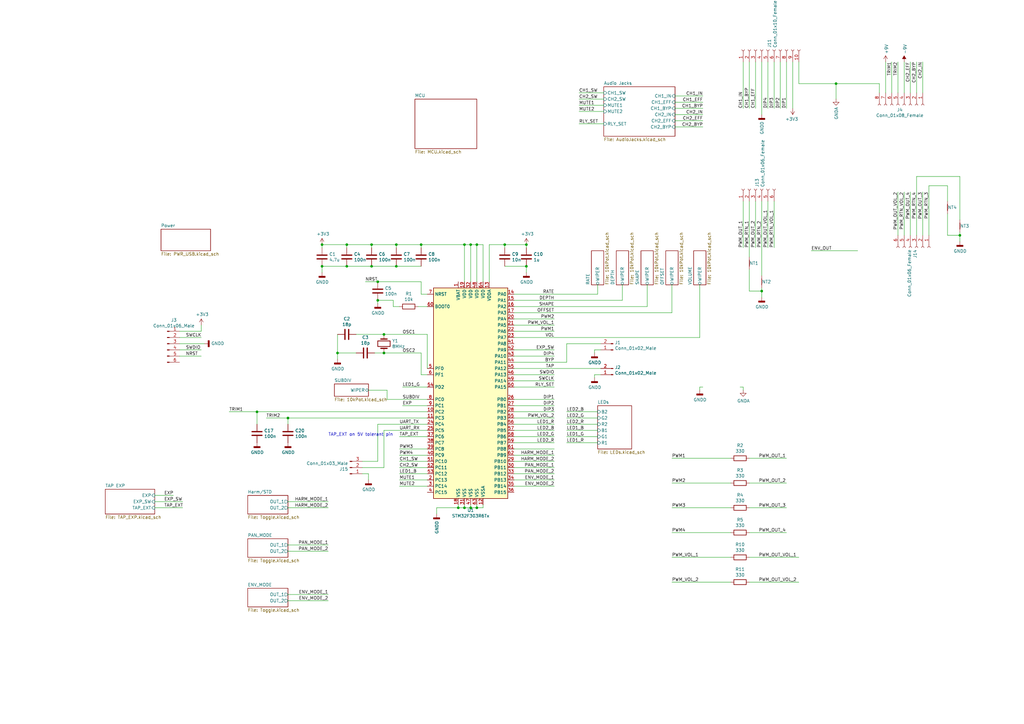
<source format=kicad_sch>
(kicad_sch (version 20250114) (generator "eeschema") (generator_version "9.0")
  (paper "A3")
  (lib_symbols
    (symbol "Device:C" (pin_numbers (hide yes)) (pin_names (offset 0.254))
      (property "Reference" "C" (at 0.635 2.54 0))
      (property "Value" "C" (at 0.635 -2.54 0))
      (symbol "C_1_1"
        (pin passive line (at 0 3.81 270) (length 2.794) (name "~") (number "1"))
        (pin passive line (at 0 -3.81 90) (length 2.794) (name "~") (number "2"))
      )
    )
    (symbol "Device:Crystal" (pin_numbers (hide yes)) (pin_names (offset 1.016) (hide yes))
      (property "Reference" "Y" (at 0 3.81 0))
      (property "Value" "Crystal" (at 0 -3.81 0))
      (symbol "Crystal_1_1"
        (pin passive line (at -3.81 0 0) (length 1.27) (name "1") (number "1"))
        (pin passive line (at 3.81 0 180) (length 1.27) (name "2") (number "2"))
      )
    )
    (symbol "Device:NetTie_2" (pin_numbers (hide yes)) (pin_names (offset 0) (hide yes)) (in_bom no)
      (property "Reference" "NT" (at 0 1.27 0))
      (property "Value" "NetTie_2" (at 0 -1.27 0))
      (symbol "NetTie_2_1_1"
        (pin passive line (at -2.54 0 0) (length 2.54) (name "1") (number "1"))
        (pin passive line (at 2.54 0 180) (length 2.54) (name "2") (number "2"))
      )
    )
    (symbol "Device:R" (pin_numbers (hide yes)) (pin_names (offset 0))
      (property "Reference" "R" (at 2.032 0 90))
      (property "Value" "R" (at 0 0 90))
      (symbol "R_1_1"
        (pin passive line (at 0 3.81 270) (length 1.27) (name "~") (number "1"))
        (pin passive line (at 0 -3.81 90) (length 1.27) (name "~") (number "2"))
      )
    )
    (symbol "Digital Board Rev 2-rescue:+9V-power" (power) (pin_names (offset 0))
      (property "Value" "power_+9V" (at 0 3.556 0))
      (symbol "+9V-power_1_1"
        (pin power_in line (at 0 0 90) (length 0) (hide yes) (name "+9V") (number "1"))
      )
    )
    (symbol "Digital Board Rev 2-rescue:-9V-power" (power) (pin_names (offset 0))
      (property "Value" "power_-9V" (at 0 3.81 0))
      (symbol "-9V-power_1_1"
        (pin power_in line (at 0 0 90) (length 0) (hide yes) (name "-9V") (number "1"))
      )
    )
    (symbol "Digital Board Rev 2-rescue:Conn_01x02_Male-Connector" (pin_names (offset 1.016) (hide yes))
      (property "Reference" "J" (at 0 2.54 0))
      (property "Value" "Connector_Conn_01x02_Male" (at 0 -5.08 0))
      (symbol "Conn_01x02_Male-Connector_1_1"
        (pin passive line (at 5.08 0 180) (length 3.81) (name "Pin_1") (number "1"))
        (pin passive line (at 5.08 -2.54 180) (length 3.81) (name "Pin_2") (number "2"))
      )
    )
    (symbol "Digital Board Rev 2-rescue:Conn_01x03_Male-Connector" (pin_names (offset 1.016) (hide yes))
      (property "Reference" "J" (at 0 5.08 0))
      (property "Value" "Connector_Conn_01x03_Male" (at 0 -5.08 0))
      (symbol "Conn_01x03_Male-Connector_1_1"
        (pin passive line (at 5.08 2.54 180) (length 3.81) (name "Pin_1") (number "1"))
        (pin passive line (at 5.08 0 180) (length 3.81) (name "Pin_2") (number "2"))
        (pin passive line (at 5.08 -2.54 180) (length 3.81) (name "Pin_3") (number "3"))
      )
    )
    (symbol "Digital Board Rev 2-rescue:Conn_01x06_Female-Connector" (pin_names (offset 1.016) (hide yes))
      (property "Reference" "J" (at 0 7.62 0))
      (property "Value" "Connector_Conn_01x06_Female" (at 0 -10.16 0))
      (symbol "Conn_01x06_Female-Connector_1_1"
        (pin passive line (at -5.08 5.08 0) (length 3.81) (name "Pin_1") (number "1"))
        (pin passive line (at -5.08 2.54 0) (length 3.81) (name "Pin_2") (number "2"))
        (pin passive line (at -5.08 0 0) (length 3.81) (name "Pin_3") (number "3"))
        (pin passive line (at -5.08 -2.54 0) (length 3.81) (name "Pin_4") (number "4"))
        (pin passive line (at -5.08 -5.08 0) (length 3.81) (name "Pin_5") (number "5"))
        (pin passive line (at -5.08 -7.62 0) (length 3.81) (name "Pin_6") (number "6"))
      )
    )
    (symbol "Digital Board Rev 2-rescue:Conn_01x06_Male-Connector" (pin_names (offset 1.016) (hide yes))
      (property "Reference" "J" (at 0 7.62 0))
      (property "Value" "Connector_Conn_01x06_Male" (at 0 -10.16 0))
      (symbol "Conn_01x06_Male-Connector_1_1"
        (pin passive line (at 5.08 5.08 180) (length 3.81) (name "Pin_1") (number "1"))
        (pin passive line (at 5.08 2.54 180) (length 3.81) (name "Pin_2") (number "2"))
        (pin passive line (at 5.08 0 180) (length 3.81) (name "Pin_3") (number "3"))
        (pin passive line (at 5.08 -2.54 180) (length 3.81) (name "Pin_4") (number "4"))
        (pin passive line (at 5.08 -5.08 180) (length 3.81) (name "Pin_5") (number "5"))
        (pin passive line (at 5.08 -7.62 180) (length 3.81) (name "Pin_6") (number "6"))
      )
    )
    (symbol "Digital Board Rev 2-rescue:Conn_01x08_Female-Connector" (pin_names (offset 1.016) (hide yes))
      (property "Reference" "J" (at 0 10.16 0))
      (property "Value" "Connector_Conn_01x08_Female" (at 0 -12.7 0))
      (symbol "Conn_01x08_Female-Connector_1_1"
        (pin passive line (at -5.08 7.62 0) (length 3.81) (name "Pin_1") (number "1"))
        (pin passive line (at -5.08 5.08 0) (length 3.81) (name "Pin_2") (number "2"))
        (pin passive line (at -5.08 2.54 0) (length 3.81) (name "Pin_3") (number "3"))
        (pin passive line (at -5.08 0 0) (length 3.81) (name "Pin_4") (number "4"))
        (pin passive line (at -5.08 -2.54 0) (length 3.81) (name "Pin_5") (number "5"))
        (pin passive line (at -5.08 -5.08 0) (length 3.81) (name "Pin_6") (number "6"))
        (pin passive line (at -5.08 -7.62 0) (length 3.81) (name "Pin_7") (number "7"))
        (pin passive line (at -5.08 -10.16 0) (length 3.81) (name "Pin_8") (number "8"))
      )
    )
    (symbol "Digital Board Rev 2-rescue:Conn_01x10_Female-Connector" (pin_names (offset 1.016) (hide yes))
      (property "Reference" "J" (at 0 12.7 0))
      (property "Value" "Connector_Conn_01x10_Female" (at 0 -15.24 0))
      (symbol "Conn_01x10_Female-Connector_1_1"
        (pin passive line (at -5.08 10.16 0) (length 3.81) (name "Pin_1") (number "1"))
        (pin passive line (at -5.08 7.62 0) (length 3.81) (name "Pin_2") (number "2"))
        (pin passive line (at -5.08 5.08 0) (length 3.81) (name "Pin_3") (number "3"))
        (pin passive line (at -5.08 2.54 0) (length 3.81) (name "Pin_4") (number "4"))
        (pin passive line (at -5.08 0 0) (length 3.81) (name "Pin_5") (number "5"))
        (pin passive line (at -5.08 -2.54 0) (length 3.81) (name "Pin_6") (number "6"))
        (pin passive line (at -5.08 -5.08 0) (length 3.81) (name "Pin_7") (number "7"))
        (pin passive line (at -5.08 -7.62 0) (length 3.81) (name "Pin_8") (number "8"))
        (pin passive line (at -5.08 -10.16 0) (length 3.81) (name "Pin_9") (number "9"))
        (pin passive line (at -5.08 -12.7 0) (length 3.81) (name "Pin_10") (number "10"))
      )
    )
    (symbol "Digital Board Rev 2-rescue:GNDA-power" (power) (pin_names (offset 0))
      (property "Value" "power_GNDA" (at 0 -3.81 0))
      (symbol "GNDA-power_1_1"
        (pin power_in line (at 0 0 270) (length 0) (hide yes) (name "GNDA") (number "1"))
      )
    )
    (symbol "Digital Board Rev 2-rescue:GNDD-power" (power) (pin_names (offset 0))
      (property "Value" "power_GNDD" (at 0 -3.175 0))
      (symbol "GNDD-power_1_1"
        (pin power_in line (at 0 0 270) (length 0) (hide yes) (name "GNDD") (number "1"))
      )
    )
    (symbol "Digital Board Rev 2-rescue:STM32F303R6Tx-MCU_ST_STM32F3"
      (property "Reference" "U" (at -15.24 44.45 0))
      (property "Value" "MCU_ST_STM32F3_STM32F303R6Tx" (at 10.16 44.45 0))
      (symbol "STM32F303R6Tx-MCU_ST_STM32F3_1_1"
        (pin input line (at -17.78 40.64 0) (length 2.54) (name "NRST") (number "7"))
        (pin input line (at -17.78 35.56 0) (length 2.54) (name "BOOT0") (number "60"))
        (pin input line (at -17.78 10.16 0) (length 2.54) (name "PF0") (number "5"))
        (pin input line (at -17.78 7.62 0) (length 2.54) (name "PF1") (number "6"))
        (pin bidirectional line (at -17.78 2.54 0) (length 2.54) (name "PD2") (number "54"))
        (pin bidirectional line (at -17.78 -2.54 0) (length 2.54) (name "PC0") (number "8"))
        (pin bidirectional line (at -17.78 -5.08 0) (length 2.54) (name "PC1") (number "9"))
        (pin bidirectional line (at -17.78 -7.62 0) (length 2.54) (name "PC2") (number "10"))
        (pin bidirectional line (at -17.78 -10.16 0) (length 2.54) (name "PC3") (number "11"))
        (pin bidirectional line (at -17.78 -12.7 0) (length 2.54) (name "PC4") (number "24"))
        (pin bidirectional line (at -17.78 -15.24 0) (length 2.54) (name "PC5") (number "25"))
        (pin bidirectional line (at -17.78 -17.78 0) (length 2.54) (name "PC6") (number "37"))
        (pin bidirectional line (at -17.78 -20.32 0) (length 2.54) (name "PC7") (number "38"))
        (pin bidirectional line (at -17.78 -22.86 0) (length 2.54) (name "PC8") (number "39"))
        (pin bidirectional line (at -17.78 -25.4 0) (length 2.54) (name "PC9") (number "40"))
        (pin bidirectional line (at -17.78 -27.94 0) (length 2.54) (name "PC10") (number "51"))
        (pin bidirectional line (at -17.78 -30.48 0) (length 2.54) (name "PC11") (number "52"))
        (pin bidirectional line (at -17.78 -33.02 0) (length 2.54) (name "PC12") (number "53"))
        (pin bidirectional line (at -17.78 -35.56 0) (length 2.54) (name "PC13") (number "2"))
        (pin bidirectional line (at -17.78 -38.1 0) (length 2.54) (name "PC14") (number "3"))
        (pin bidirectional line (at -17.78 -40.64 0) (length 2.54) (name "PC15") (number "4"))
        (pin power_in line (at -5.08 45.72 270) (length 2.54) (name "VBAT") (number "1"))
        (pin power_in line (at -5.08 -45.72 90) (length 2.54) (name "VSS") (number "18"))
        (pin power_in line (at -2.54 45.72 270) (length 2.54) (name "VDD") (number "19"))
        (pin power_in line (at -2.54 -45.72 90) (length 2.54) (name "VSS") (number "31"))
        (pin power_in line (at 0 45.72 270) (length 2.54) (name "VDD") (number "32"))
        (pin power_in line (at 0 -45.72 90) (length 2.54) (name "VSS") (number "47"))
        (pin power_in line (at 2.54 45.72 270) (length 2.54) (name "VDD") (number "48"))
        (pin power_in line (at 2.54 -45.72 90) (length 2.54) (name "VSS") (number "63"))
        (pin power_in line (at 5.08 45.72 270) (length 2.54) (name "VDD") (number "64"))
        (pin power_in line (at 5.08 -45.72 90) (length 2.54) (name "VSSA") (number "12"))
        (pin power_in line (at 7.62 45.72 270) (length 2.54) (name "VDDA") (number "13"))
        (pin bidirectional line (at 17.78 40.64 180) (length 2.54) (name "PA0") (number "14"))
        (pin bidirectional line (at 17.78 38.1 180) (length 2.54) (name "PA1") (number "15"))
        (pin bidirectional line (at 17.78 35.56 180) (length 2.54) (name "PA2") (number "16"))
        (pin bidirectional line (at 17.78 33.02 180) (length 2.54) (name "PA3") (number "17"))
        (pin bidirectional line (at 17.78 30.48 180) (length 2.54) (name "PA4") (number "20"))
        (pin bidirectional line (at 17.78 27.94 180) (length 2.54) (name "PA5") (number "21"))
        (pin bidirectional line (at 17.78 25.4 180) (length 2.54) (name "PA6") (number "22"))
        (pin bidirectional line (at 17.78 22.86 180) (length 2.54) (name "PA7") (number "23"))
        (pin bidirectional line (at 17.78 20.32 180) (length 2.54) (name "PA8") (number "41"))
        (pin bidirectional line (at 17.78 17.78 180) (length 2.54) (name "PA9") (number "42"))
        (pin bidirectional line (at 17.78 15.24 180) (length 2.54) (name "PA10") (number "43"))
        (pin bidirectional line (at 17.78 12.7 180) (length 2.54) (name "PA11") (number "44"))
        (pin bidirectional line (at 17.78 10.16 180) (length 2.54) (name "PA12") (number "45"))
        (pin bidirectional line (at 17.78 7.62 180) (length 2.54) (name "PA13") (number "46"))
        (pin bidirectional line (at 17.78 5.08 180) (length 2.54) (name "PA14") (number "49"))
        (pin bidirectional line (at 17.78 2.54 180) (length 2.54) (name "PA15") (number "50"))
        (pin bidirectional line (at 17.78 -2.54 180) (length 2.54) (name "PB0") (number "26"))
        (pin bidirectional line (at 17.78 -5.08 180) (length 2.54) (name "PB1") (number "27"))
        (pin bidirectional line (at 17.78 -7.62 180) (length 2.54) (name "PB2") (number "28"))
        (pin bidirectional line (at 17.78 -10.16 180) (length 2.54) (name "PB3") (number "55"))
        (pin bidirectional line (at 17.78 -12.7 180) (length 2.54) (name "PB4") (number "56"))
        (pin bidirectional line (at 17.78 -15.24 180) (length 2.54) (name "PB5") (number "57"))
        (pin bidirectional line (at 17.78 -17.78 180) (length 2.54) (name "PB6") (number "58"))
        (pin bidirectional line (at 17.78 -20.32 180) (length 2.54) (name "PB7") (number "59"))
        (pin bidirectional line (at 17.78 -22.86 180) (length 2.54) (name "PB8") (number "61"))
        (pin bidirectional line (at 17.78 -25.4 180) (length 2.54) (name "PB9") (number "62"))
        (pin bidirectional line (at 17.78 -27.94 180) (length 2.54) (name "PB10") (number "29"))
        (pin bidirectional line (at 17.78 -30.48 180) (length 2.54) (name "PB11") (number "30"))
        (pin bidirectional line (at 17.78 -33.02 180) (length 2.54) (name "PB12") (number "33"))
        (pin bidirectional line (at 17.78 -35.56 180) (length 2.54) (name "PB13") (number "34"))
        (pin bidirectional line (at 17.78 -38.1 180) (length 2.54) (name "PB14") (number "35"))
        (pin bidirectional line (at 17.78 -40.64 180) (length 2.54) (name "PB15") (number "36"))
      )
    )
    (symbol "Digital-Board-Rev-2-rescue:+3.3V-power" (power) (pin_names (offset 0))
      (property "Value" "+3.3V-power" (at 0 3.556 0))
      (symbol "+3.3V-power_1_1"
        (pin power_in line (at 0 0 90) (length 0) (hide yes) (name "+3V3") (number "1"))
      )
    )
  )
  (text "TAP_EXT on 5V tolerant pin" (at 134.62 179.07 0) (effects (font (size 1.27 1.27)) (justify left bottom)))
  (junction (at 393.7 96.52))
  (junction (at 193.04 100.33))
  (junction (at 207.01 100.33))
  (junction (at 187.96 208.28))
  (junction (at 138.43 144.78))
  (junction (at 154.94 115.57))
  (junction (at 132.08 109.22))
  (junction (at 118.11 171.45))
  (junction (at 195.58 208.28))
  (junction (at 142.24 100.33))
  (junction (at 190.5 208.28))
  (junction (at 142.24 109.22))
  (junction (at 312.42 119.38))
  (junction (at 193.04 208.28))
  (junction (at 190.5 100.33))
  (junction (at 105.41 168.91))
  (junction (at 132.08 100.33))
  (junction (at 162.56 109.22))
  (junction (at 152.4 109.22))
  (junction (at 157.48 144.78))
  (junction (at 162.56 100.33))
  (junction (at 172.72 100.33))
  (junction (at 215.9 100.33))
  (junction (at 152.4 100.33))
  (junction (at 215.9 109.22))
  (junction (at 157.48 137.16))
  (junction (at 154.94 123.19))
  (junction (at 195.58 100.33))
  (junction (at 342.9 34.29))
  (wire (pts (xy 134.62 208.28) (xy 118.11 208.28)))
  (wire (pts (xy 82.55 135.89) (xy 73.66 135.89)))
  (wire (pts (xy 152.4 100.33) (xy 162.56 100.33)))
  (wire (pts (xy 375.92 72.39) (xy 375.92 96.52)))
  (wire (pts (xy 71.12 203.2) (xy 63.5 203.2)))
  (wire (pts (xy 370.84 96.52) (xy 370.84 78.74)))
  (wire (pts (xy 163.83 196.85) (xy 175.26 196.85)))
  (wire (pts (xy 363.22 25.4) (xy 363.22 38.1)))
  (wire (pts (xy 312.42 119.38) (xy 312.42 118.11)))
  (wire (pts (xy 307.34 198.12) (xy 322.58 198.12)))
  (wire (pts (xy 332.74 102.87) (xy 351.79 102.87)))
  (wire (pts (xy 132.08 101.6) (xy 132.08 100.33)))
  (wire (pts (xy 198.12 100.33) (xy 195.58 100.33)))
  (wire (pts (xy 375.92 72.39) (xy 393.7 72.39)))
  (wire (pts (xy 232.41 181.61) (xy 245.11 181.61)))
  (wire (pts (xy 154.94 115.57) (xy 172.72 115.57)))
  (wire (pts (xy 210.82 133.35) (xy 227.33 133.35)))
  (wire (pts (xy 227.33 189.23) (xy 210.82 189.23)))
  (wire (pts (xy 307.34 228.6) (xy 327.66 228.6)))
  (wire (pts (xy 154.94 189.23) (xy 154.94 173.99)))
  (wire (pts (xy 207.01 100.33) (xy 200.66 100.33)))
  (wire (pts (xy 163.83 186.69) (xy 175.26 186.69)))
  (wire (pts (xy 179.07 208.28) (xy 179.07 210.82)))
  (wire (pts (xy 393.7 99.06) (xy 393.7 96.52)))
  (wire (pts (xy 193.04 115.57) (xy 193.04 100.33)))
  (wire (pts (xy 138.43 144.78) (xy 138.43 137.16)))
  (wire (pts (xy 172.72 115.57) (xy 172.72 120.65)))
  (wire (pts (xy 232.41 140.97) (xy 232.41 148.59)))
  (wire (pts (xy 243.84 153.67) (xy 246.38 153.67)))
  (wire (pts (xy 342.9 34.29) (xy 360.68 34.29)))
  (wire (pts (xy 275.59 238.76) (xy 299.72 238.76)))
  (wire (pts (xy 195.58 115.57) (xy 195.58 100.33)))
  (wire (pts (xy 158.75 163.83) (xy 175.26 163.83)))
  (wire (pts (xy 276.86 41.91) (xy 288.29 41.91)))
  (wire (pts (xy 314.96 44.45) (xy 314.96 25.4)))
  (wire (pts (xy 163.83 189.23) (xy 175.26 189.23)))
  (wire (pts (xy 132.08 109.22) (xy 142.24 109.22)))
  (wire (pts (xy 227.33 158.75) (xy 210.82 158.75)))
  (wire (pts (xy 118.11 171.45) (xy 175.26 171.45)))
  (wire (pts (xy 365.76 25.4) (xy 365.76 38.1)))
  (wire (pts (xy 237.49 45.72) (xy 247.65 45.72)))
  (wire (pts (xy 237.49 50.8) (xy 247.65 50.8)))
  (wire (pts (xy 207.01 109.22) (xy 215.9 109.22)))
  (wire (pts (xy 190.5 208.28) (xy 190.5 207.01)))
  (wire (pts (xy 152.4 101.6) (xy 152.4 100.33)))
  (wire (pts (xy 227.33 168.91) (xy 210.82 168.91)))
  (wire (pts (xy 276.86 49.53) (xy 288.29 49.53)))
  (wire (pts (xy 227.33 135.89) (xy 210.82 135.89)))
  (wire (pts (xy 193.04 100.33) (xy 190.5 100.33)))
  (wire (pts (xy 232.41 176.53) (xy 245.11 176.53)))
  (wire (pts (xy 210.82 148.59) (xy 232.41 148.59)))
  (wire (pts (xy 172.72 100.33) (xy 190.5 100.33)))
  (wire (pts (xy 393.7 72.39) (xy 393.7 90.17)))
  (wire (pts (xy 342.9 34.29) (xy 327.66 34.29)))
  (wire (pts (xy 163.83 199.39) (xy 175.26 199.39)))
  (wire (pts (xy 161.29 125.73) (xy 163.83 125.73)))
  (wire (pts (xy 138.43 147.32) (xy 138.43 144.78)))
  (wire (pts (xy 215.9 111.76) (xy 215.9 109.22)))
  (wire (pts (xy 187.96 208.28) (xy 190.5 208.28)))
  (wire (pts (xy 275.59 187.96) (xy 299.72 187.96)))
  (wire (pts (xy 288.29 46.99) (xy 276.86 46.99)))
  (wire (pts (xy 304.8 158.75) (xy 303.53 158.75)))
  (wire (pts (xy 162.56 109.22) (xy 172.72 109.22)))
  (wire (pts (xy 163.83 184.15) (xy 175.26 184.15)))
  (wire (pts (xy 232.41 173.99) (xy 245.11 173.99)))
  (wire (pts (xy 154.94 123.19) (xy 161.29 123.19)))
  (wire (pts (xy 275.59 198.12) (xy 299.72 198.12)))
  (wire (pts (xy 275.59 208.28) (xy 299.72 208.28)))
  (wire (pts (xy 232.41 179.07) (xy 245.11 179.07)))
  (wire (pts (xy 227.33 143.51) (xy 210.82 143.51)))
  (wire (pts (xy 134.62 246.38) (xy 118.11 246.38)))
  (wire (pts (xy 327.66 34.29) (xy 327.66 25.4)))
  (wire (pts (xy 138.43 144.78) (xy 146.05 144.78)))
  (wire (pts (xy 161.29 123.19) (xy 161.29 125.73)))
  (wire (pts (xy 134.62 223.52) (xy 118.11 223.52)))
  (wire (pts (xy 210.82 156.21) (xy 227.33 156.21)))
  (wire (pts (xy 312.42 46.99) (xy 312.42 25.4)))
  (wire (pts (xy 179.07 208.28) (xy 187.96 208.28)))
  (wire (pts (xy 388.62 96.52) (xy 393.7 96.52)))
  (wire (pts (xy 243.84 144.78) (xy 243.84 143.51)))
  (wire (pts (xy 275.59 116.84) (xy 275.59 128.27)))
  (wire (pts (xy 210.82 151.13) (xy 246.38 151.13)))
  (wire (pts (xy 190.5 208.28) (xy 193.04 208.28)))
  (wire (pts (xy 227.33 191.77) (xy 210.82 191.77)))
  (wire (pts (xy 243.84 143.51) (xy 246.38 143.51)))
  (wire (pts (xy 342.9 40.64) (xy 342.9 34.29)))
  (wire (pts (xy 227.33 130.81) (xy 210.82 130.81)))
  (wire (pts (xy 227.33 196.85) (xy 210.82 196.85)))
  (wire (pts (xy 171.45 125.73) (xy 175.26 125.73)))
  (wire (pts (xy 255.27 116.84) (xy 255.27 123.19)))
  (wire (pts (xy 175.26 151.13) (xy 175.26 137.16)))
  (wire (pts (xy 162.56 101.6) (xy 162.56 100.33)))
  (wire (pts (xy 132.08 100.33) (xy 142.24 100.33)))
  (wire (pts (xy 210.82 125.73) (xy 265.43 125.73)))
  (wire (pts (xy 151.13 194.31) (xy 151.13 196.85)))
  (wire (pts (xy 82.55 146.05) (xy 73.66 146.05)))
  (wire (pts (xy 275.59 228.6) (xy 299.72 228.6)))
  (wire (pts (xy 157.48 176.53) (xy 157.48 191.77)))
  (wire (pts (xy 157.48 176.53) (xy 175.26 176.53)))
  (wire (pts (xy 134.62 205.74) (xy 118.11 205.74)))
  (wire (pts (xy 109.22 171.45) (xy 118.11 171.45)))
  (wire (pts (xy 215.9 100.33) (xy 207.01 100.33)))
  (wire (pts (xy 210.82 179.07) (xy 227.33 179.07)))
  (wire (pts (xy 276.86 44.45) (xy 288.29 44.45)))
  (wire (pts (xy 157.48 191.77) (xy 148.59 191.77)))
  (wire (pts (xy 172.72 144.78) (xy 172.72 153.67)))
  (wire (pts (xy 195.58 208.28) (xy 195.58 207.01)))
  (wire (pts (xy 373.38 25.4) (xy 373.38 38.1)))
  (wire (pts (xy 210.82 120.65) (xy 245.11 120.65)))
  (wire (pts (xy 373.38 78.74) (xy 373.38 96.52)))
  (wire (pts (xy 287.02 116.84) (xy 287.02 138.43)))
  (wire (pts (xy 227.33 181.61) (xy 210.82 181.61)))
  (wire (pts (xy 360.68 34.29) (xy 360.68 38.1)))
  (wire (pts (xy 118.11 173.99) (xy 118.11 171.45)))
  (wire (pts (xy 148.59 189.23) (xy 154.94 189.23)))
  (wire (pts (xy 375.92 25.4) (xy 375.92 38.1)))
  (wire (pts (xy 210.82 173.99) (xy 227.33 173.99)))
  (wire (pts (xy 287.02 158.75) (xy 287.02 160.02)))
  (wire (pts (xy 172.72 120.65) (xy 175.26 120.65)))
  (wire (pts (xy 82.55 143.51) (xy 73.66 143.51)))
  (wire (pts (xy 227.33 186.69) (xy 210.82 186.69)))
  (wire (pts (xy 142.24 101.6) (xy 142.24 100.33)))
  (wire (pts (xy 307.34 119.38) (xy 312.42 119.38)))
  (wire (pts (xy 154.94 173.99) (xy 175.26 173.99)))
  (wire (pts (xy 307.34 218.44) (xy 322.58 218.44)))
  (wire (pts (xy 314.96 101.6) (xy 314.96 82.55)))
  (wire (pts (xy 378.46 96.52) (xy 378.46 78.74)))
  (wire (pts (xy 307.34 25.4) (xy 307.34 44.45)))
  (wire (pts (xy 200.66 100.33) (xy 200.66 115.57)))
  (wire (pts (xy 227.33 171.45) (xy 210.82 171.45)))
  (wire (pts (xy 307.34 238.76) (xy 327.66 238.76)))
  (wire (pts (xy 142.24 100.33) (xy 152.4 100.33)))
  (wire (pts (xy 82.55 138.43) (xy 73.66 138.43)))
  (wire (pts (xy 165.1 166.37) (xy 175.26 166.37)))
  (wire (pts (xy 193.04 208.28) (xy 195.58 208.28)))
  (wire (pts (xy 157.48 144.78) (xy 172.72 144.78)))
  (wire (pts (xy 193.04 208.28) (xy 193.04 207.01)))
  (wire (pts (xy 175.26 137.16) (xy 157.48 137.16)))
  (wire (pts (xy 210.82 153.67) (xy 227.33 153.67)))
  (wire (pts (xy 237.49 40.64) (xy 247.65 40.64)))
  (wire (pts (xy 210.82 128.27) (xy 275.59 128.27)))
  (wire (pts (xy 232.41 168.91) (xy 245.11 168.91)))
  (wire (pts (xy 288.29 39.37) (xy 276.86 39.37)))
  (wire (pts (xy 163.83 194.31) (xy 175.26 194.31)))
  (wire (pts (xy 317.5 44.45) (xy 317.5 25.4)))
  (wire (pts (xy 175.26 153.67) (xy 172.72 153.67)))
  (wire (pts (xy 232.41 171.45) (xy 245.11 171.45)))
  (wire (pts (xy 304.8 160.02) (xy 304.8 158.75)))
  (wire (pts (xy 134.62 226.06) (xy 118.11 226.06)))
  (wire (pts (xy 322.58 208.28) (xy 307.34 208.28)))
  (wire (pts (xy 146.05 137.16) (xy 157.48 137.16)))
  (wire (pts (xy 151.13 160.02) (xy 158.75 160.02)))
  (wire (pts (xy 187.96 208.28) (xy 187.96 207.01)))
  (wire (pts (xy 227.33 166.37) (xy 210.82 166.37)))
  (wire (pts (xy 312.42 82.55) (xy 312.42 113.03)))
  (wire (pts (xy 157.48 144.78) (xy 153.67 144.78)))
  (wire (pts (xy 227.33 176.53) (xy 210.82 176.53)))
  (wire (pts (xy 227.33 194.31) (xy 210.82 194.31)))
  (wire (pts (xy 320.04 44.45) (xy 320.04 25.4)))
  (wire (pts (xy 317.5 101.6) (xy 317.5 82.55)))
  (wire (pts (xy 190.5 100.33) (xy 190.5 115.57)))
  (wire (pts (xy 154.94 115.57) (xy 149.86 115.57)))
  (wire (pts (xy 325.12 44.45) (xy 325.12 25.4)))
  (wire (pts (xy 393.7 96.52) (xy 393.7 95.25)))
  (wire (pts (xy 245.11 116.84) (xy 245.11 120.65)))
  (wire (pts (xy 148.59 194.31) (xy 151.13 194.31)))
  (wire (pts (xy 288.29 158.75) (xy 287.02 158.75)))
  (wire (pts (xy 210.82 163.83) (xy 227.33 163.83)))
  (wire (pts (xy 237.49 38.1) (xy 247.65 38.1)))
  (wire (pts (xy 307.34 110.49) (xy 307.34 119.38)))
  (wire (pts (xy 82.55 133.35) (xy 82.55 135.89)))
  (wire (pts (xy 309.88 101.6) (xy 309.88 82.55)))
  (wire (pts (xy 195.58 100.33) (xy 193.04 100.33)))
  (wire (pts (xy 63.5 208.28) (xy 74.93 208.28)))
  (wire (pts (xy 210.82 184.15) (xy 227.33 184.15)))
  (wire (pts (xy 237.49 43.18) (xy 247.65 43.18)))
  (wire (pts (xy 210.82 138.43) (xy 287.02 138.43)))
  (wire (pts (xy 276.86 52.07) (xy 288.29 52.07)))
  (wire (pts (xy 83.82 140.97) (xy 73.66 140.97)))
  (wire (pts (xy 63.5 205.74) (xy 74.93 205.74)))
  (wire (pts (xy 388.62 76.2) (xy 381 76.2)))
  (wire (pts (xy 370.84 25.4) (xy 370.84 38.1)))
  (wire (pts (xy 134.62 243.84) (xy 118.11 243.84)))
  (wire (pts (xy 381 76.2) (xy 381 96.52)))
  (wire (pts (xy 105.41 168.91) (xy 175.26 168.91)))
  (wire (pts (xy 304.8 101.6) (xy 304.8 82.55)))
  (wire (pts (xy 368.3 25.4) (xy 368.3 38.1)))
  (wire (pts (xy 154.94 123.19) (xy 154.94 124.46)))
  (wire (pts (xy 210.82 123.19) (xy 255.27 123.19)))
  (wire (pts (xy 388.62 82.55) (xy 388.62 76.2)))
  (wire (pts (xy 309.88 44.45) (xy 309.88 25.4)))
  (wire (pts (xy 227.33 146.05) (xy 210.82 146.05)))
  (wire (pts (xy 243.84 154.94) (xy 243.84 153.67)))
  (wire (pts (xy 195.58 208.28) (xy 198.12 208.28)))
  (wire (pts (xy 275.59 218.44) (xy 299.72 218.44)))
  (wire (pts (xy 152.4 109.22) (xy 162.56 109.22)))
  (wire (pts (xy 132.08 111.76) (xy 132.08 109.22)))
  (wire (pts (xy 207.01 101.6) (xy 207.01 100.33)))
  (wire (pts (xy 142.24 109.22) (xy 152.4 109.22)))
  (wire (pts (xy 210.82 199.39) (xy 227.33 199.39)))
  (wire (pts (xy 93.98 168.91) (xy 105.41 168.91)))
  (wire (pts (xy 232.41 140.97) (xy 246.38 140.97)))
  (wire (pts (xy 378.46 25.4) (xy 378.46 38.1)))
  (wire (pts (xy 105.41 173.99) (xy 105.41 168.91)))
  (wire (pts (xy 388.62 87.63) (xy 388.62 96.52)))
  (wire (pts (xy 368.3 78.74) (xy 368.3 96.52)))
  (wire (pts (xy 265.43 116.84) (xy 265.43 125.73)))
  (wire (pts (xy 158.75 160.02) (xy 158.75 163.83)))
  (wire (pts (xy 307.34 187.96) (xy 322.58 187.96)))
  (wire (pts (xy 172.72 101.6) (xy 172.72 100.33)))
  (wire (pts (xy 163.83 191.77) (xy 175.26 191.77)))
  (wire (pts (xy 307.34 82.55) (xy 307.34 105.41)))
  (wire (pts (xy 322.58 44.45) (xy 322.58 25.4)))
  (wire (pts (xy 165.1 158.75) (xy 175.26 158.75)))
  (wire (pts (xy 163.83 179.07) (xy 175.26 179.07)))
  (wire (pts (xy 312.42 121.92) (xy 312.42 119.38)))
  (wire (pts (xy 162.56 100.33) (xy 172.72 100.33)))
  (wire (pts (xy 198.12 208.28) (xy 198.12 207.01)))
  (wire (pts (xy 198.12 115.57) (xy 198.12 100.33)))
  (wire (pts (xy 215.9 101.6) (xy 215.9 100.33)))
  (wire (pts (xy 304.8 44.45) (xy 304.8 25.4)))
  (label "DIP2" (at 227.33 166.37 180))
  (label "HARM_MODE_2" (at 134.62 208.28 180))
  (label "CH2_BYP" (at 288.29 52.07 180))
  (label "PWM_OUT_1" (at 304.8 101.6 90))
  (label "DIP3" (at 227.33 168.91 180))
  (label "DIP2" (at 320.04 44.45 90))
  (label "LED2_B" (at 232.41 168.91 0))
  (label "LED2_G" (at 227.33 179.07 180))
  (label "ENV_MODE_2" (at 134.62 246.38 180))
  (label "PAN_MODE_1" (at 134.62 223.52 180))
  (label "PWM_OUT_3" (at 311.15 208.28 0))
  (label "EXP" (at 165.1 166.37 0))
  (label "PWM_OUT_1" (at 311.15 187.96 0))
  (label "SHAPE" (at 227.33 125.73 180))
  (label "LED1_G" (at 232.41 179.07 0))
  (label "PWM_OUT_4" (at 311.15 218.44 0))
  (label "OSC2" (at 165.1 144.78 0))
  (label "CH2_SW" (at 163.83 191.77 0))
  (label "SUBDIV" (at 165.1 163.83 0))
  (label "LED1_B" (at 232.41 176.53 0))
  (label "SWCLK" (at 76.2 138.43 0))
  (label "TRIM1" (at 93.98 168.91 0))
  (label "MUTE1" (at 237.49 43.18 0))
  (label "PWM_RTN_VOL_1" (at 317.5 101.6 90))
  (label "TRIM2" (at 109.22 171.45 0))
  (label "BYP" (at 227.33 148.59 180))
  (label "MUTE2" (at 237.49 45.72 0))
  (label "ENV_MODE_1" (at 227.33 196.85 180))
  (label "CH1_IN" (at 288.29 39.37 180))
  (label "HARM_MODE_1" (at 227.33 186.69 180))
  (label "PWM_RTN_2" (at 312.42 101.6 90))
  (label "PWM_OUT_VOL_2" (at 368.3 78.74 270))
  (label "RATE" (at 227.33 120.65 180))
  (label "PWM2" (at 275.59 198.12 0))
  (label "OFFSET" (at 227.33 128.27 180))
  (label "EXP" (at 67.31 203.2 0))
  (label "OSC1" (at 165.1 137.16 0))
  (label "PAN_MODE_2" (at 227.33 194.31 180))
  (label "LED2_G" (at 232.41 171.45 0))
  (label "PWM_VOL_1" (at 275.59 228.6 0))
  (label "CH2_IN" (at 378.46 25.4 270))
  (label "PAN_MODE_1" (at 227.33 191.77 180))
  (label "EXP_SW" (at 67.31 205.74 0))
  (label "NRST" (at 76.2 146.05 0))
  (label "CH1_BYP" (at 288.29 44.45 180))
  (label "PWM_OUT_VOL_1" (at 314.96 101.6 90))
  (label "PWM4" (at 275.59 218.44 0))
  (label "CH2_BYP" (at 375.92 25.4 270))
  (label "PWM_OUT_3" (at 378.46 78.74 270))
  (label "UART_RX" (at 163.83 176.53 0))
  (label "CH2_SW" (at 237.49 40.64 0))
  (label "ENV_OUT" (at 332.74 102.87 0))
  (label "CH1_IN" (at 304.8 44.45 90))
  (label "ENV_MODE_2" (at 227.33 199.39 180))
  (label "LED2_R" (at 232.41 173.99 0))
  (label "CH1_BYP" (at 307.34 44.45 90))
  (label "LED2_R" (at 227.33 181.61 180))
  (label "RLY_SET" (at 227.33 158.75 180))
  (label "PWM_OUT_VOL_1" (at 311.15 228.6 0))
  (label "SWDIO" (at 76.2 143.51 0))
  (label "LED1_G" (at 165.1 158.75 0))
  (label "CH2_IN" (at 288.29 46.99 180))
  (label "PWM_OUT_2" (at 309.88 101.6 90))
  (label "PWM_VOL_1" (at 227.33 133.35 180))
  (label "DEPTH" (at 227.33 123.19 180))
  (label "CH1_EFF" (at 309.88 44.45 90))
  (label "PWM_VOL_2" (at 275.59 238.76 0))
  (label "SWCLK" (at 227.33 156.21 180))
  (label "DIP4" (at 227.33 146.05 180))
  (label "MUTE1" (at 163.83 196.85 0))
  (label "DIP4" (at 314.96 44.45 90))
  (label "PWM_RTN_3" (at 381 78.74 270))
  (label "PWM3" (at 163.83 184.15 0))
  (label "RLY_SET" (at 237.49 50.8 0))
  (label "PWM_RTN_1" (at 307.34 101.6 90))
  (label "TAP_EXT" (at 67.31 208.28 0))
  (label "PWM2" (at 227.33 130.81 180))
  (label "CH1_EFF" (at 288.29 41.91 180))
  (label "NRST" (at 149.86 115.57 0))
  (label "MUTE2" (at 163.83 199.39 0))
  (label "HARM_MODE_1" (at 134.62 205.74 180))
  (label "LED2_B" (at 227.33 176.53 180))
  (label "CH1_SW" (at 163.83 189.23 0))
  (label "ENV_MODE_1" (at 134.62 243.84 180))
  (label "PWM1" (at 275.59 187.96 0))
  (label "PWM_OUT_4" (at 373.38 78.74 270))
  (label "PWM3" (at 275.59 208.28 0))
  (label "TAP_EXT" (at 163.83 179.07 0))
  (label "PAN_MODE_2" (at 134.62 226.06 180))
  (label "TRIM2" (at 368.3 25.4 270))
  (label "PWM_OUT_VOL_2" (at 311.15 238.76 0))
  (label "UART_TX" (at 163.83 173.99 0))
  (label "CH1_SW" (at 237.49 38.1 0))
  (label "PWM_RTN_VOL_2" (at 370.84 78.74 270))
  (label "PWM4" (at 163.83 186.69 0))
  (label "PWM1" (at 227.33 135.89 180))
  (label "LED1_B" (at 163.83 194.31 0))
  (label "PWM_RTN_4" (at 375.92 78.74 270))
  (label "CH2_EFF" (at 373.38 25.4 270))
  (label "DIP1" (at 227.33 163.83 180))
  (label "TRIM1" (at 365.76 25.4 270))
  (label "TAP" (at 227.33 151.13 180))
  (label "EXP_SW" (at 227.33 143.51 180))
  (label "SWDIO" (at 227.33 153.67 180))
  (label "DIP3" (at 317.5 44.45 90))
  (label "VOL" (at 227.33 138.43 180))
  (label "HARM_MODE_2" (at 227.33 189.23 180))
  (label "PWM_VOL_2" (at 227.33 171.45 180))
  (label "PWM_OUT_2" (at 311.15 198.12 0))
  (label "CH2_EFF" (at 288.29 49.53 180))
  (label "LED1_R" (at 232.41 181.61 0))
  (label "DIP1" (at 322.58 44.45 90))
  (label "LED1_R" (at 227.33 173.99 180))
  (symbol (lib_id "Device:C") (at 172.72 105.41 0) (unit 1)
    (property "Reference" "C8" (at 175.641 104.2416 0) (effects (justify left)))
    (property "Value" "100n" (at 175.641 106.553 0) (effects (justify left)))
    (property "Footprint" "Capacitor_SMD:C_0805_2012Metric_Pad1.18x1.45mm_HandSolder" (effects (hide yes)))
  )
  (symbol (lib_id "Device:C") (at 162.56 105.41 0) (unit 1)
    (property "Reference" "C7" (at 165.481 104.2416 0) (effects (justify left)))
    (property "Value" "100n" (at 165.481 106.553 0) (effects (justify left)))
    (property "Footprint" "Capacitor_SMD:C_0805_2012Metric_Pad1.18x1.45mm_HandSolder" (effects (hide yes)))
  )
  (symbol (lib_id "Device:C") (at 152.4 105.41 0) (unit 1)
    (property "Reference" "C6" (at 155.321 104.2416 0) (effects (justify left)))
    (property "Value" "100n" (at 155.321 106.553 0) (effects (justify left)))
    (property "Footprint" "Capacitor_SMD:C_0805_2012Metric_Pad1.18x1.45mm_HandSolder" (effects (hide yes)))
  )
  (symbol (lib_id "Device:C") (at 142.24 105.41 0) (unit 1)
    (property "Reference" "C4" (at 145.161 104.2416 0) (effects (justify left)))
    (property "Value" "100n" (at 145.161 106.553 0) (effects (justify left)))
    (property "Footprint" "Capacitor_SMD:C_0805_2012Metric_Pad1.18x1.45mm_HandSolder" (effects (hide yes)))
  )
  (symbol (lib_id "Device:C") (at 132.08 105.41 0) (unit 1)
    (property "Reference" "C1" (at 135.001 104.2416 0) (effects (justify left)))
    (property "Value" "4.7u" (at 135.001 106.553 0) (effects (justify left)))
    (property "Footprint" "Capacitor_SMD:C_0805_2012Metric_Pad1.18x1.45mm_HandSolder" (effects (hide yes)))
  )
  (symbol (lib_id "Device:C") (at 207.01 105.41 0) (unit 1)
    (property "Reference" "C9" (at 209.931 104.2416 0) (effects (justify left)))
    (property "Value" "10n" (at 209.931 106.553 0) (effects (justify left)))
    (property "Footprint" "Capacitor_SMD:C_0805_2012Metric_Pad1.18x1.45mm_HandSolder" (effects (hide yes)))
  )
  (symbol (lib_id "Device:C") (at 215.9 105.41 0) (unit 1)
    (property "Reference" "C10" (at 218.821 104.2416 0) (effects (justify left)))
    (property "Value" "1u" (at 218.821 106.553 0) (effects (justify left)))
    (property "Footprint" "Capacitor_SMD:C_0805_2012Metric_Pad1.18x1.45mm_HandSolder" (effects (hide yes)))
  )
  (symbol (lib_id "Device:C") (at 154.94 119.38 0) (unit 1)
    (property "Reference" "C5" (at 157.861 118.2116 0) (effects (justify left)))
    (property "Value" "100n" (at 157.861 120.523 0) (effects (justify left)))
    (property "Footprint" "Capacitor_SMD:C_0805_2012Metric_Pad1.18x1.45mm_HandSolder" (effects (hide yes)))
  )
  (symbol (lib_id "Digital-Board-Rev-2-rescue:+3.3V-power") (at 132.08 100.33 0) (unit 1)
    (property "Reference" "#PWR0103" (effects (hide yes)))
    (property "Value" "+3V3" (at 132.461 95.9358 0))
  )
  (symbol (lib_id "Digital-Board-Rev-2-rescue:+3.3V-power") (at 215.9 100.33 0) (unit 1)
    (property "Reference" "#PWR0104" (effects (hide yes)))
    (property "Value" "+3V3" (at 216.281 95.9358 0))
  )
  (symbol (lib_id "Device:R") (at 167.64 125.73 90) (unit 1)
    (property "Reference" "R1" (at 167.64 120.4722 90))
    (property "Value" "10k" (at 167.64 122.7836 90))
    (property "Footprint" "Resistor_SMD:R_0805_2012Metric_Pad1.20x1.40mm_HandSolder" (effects (hide yes)))
  )
  (symbol (lib_id "Device:Crystal") (at 157.48 140.97 90) (unit 1)
    (property "Reference" "Y1" (at 160.8074 139.8016 90) (effects (justify right)))
    (property "Value" "8MHz" (at 160.8074 142.113 90) (effects (justify right)))
    (property "Footprint" "Crystal:Crystal_HC49-U_Vertical" (effects (hide yes)))
  )
  (symbol (lib_id "Device:C") (at 142.24 137.16 90) (unit 1)
    (property "Reference" "C2" (at 142.24 130.7592 90))
    (property "Value" "18p" (at 142.24 133.0706 90))
    (property "Footprint" "Capacitor_SMD:C_0805_2012Metric_Pad1.18x1.45mm_HandSolder" (effects (hide yes)))
  )
  (symbol (lib_id "Device:C") (at 149.86 144.78 90) (unit 1)
    (property "Reference" "C3" (at 149.86 138.3792 90))
    (property "Value" "18p" (at 149.86 140.6906 90))
    (property "Footprint" "Capacitor_SMD:C_0805_2012Metric_Pad1.18x1.45mm_HandSolder" (effects (hide yes)))
  )
  (symbol (lib_id "Digital Board Rev 2-rescue:STM32F303R6Tx-MCU_ST_STM32F3") (at 193.04 161.29 0) (unit 1)
    (property "Reference" "U1" (at 193.04 209.2706 0))
    (property "Value" "STM32F303R6Tx" (at 193.04 211.582 0))
    (property "Footprint" "Package_QFP:LQFP-64_10x10mm_P0.5mm" (effects (hide yes)))
    (property "Datasheet" "http://www.st.com/st-web-ui/static/active/en/resource/technical/document/datasheet/DM00092070.pdf" (effects (hide yes)))
  )
  (symbol (lib_id "Digital Board Rev 2-rescue:Conn_01x02_Male-Connector") (at 251.46 143.51 180) (unit 1)
    (property "Reference" "J1" (at 252.1712 140.5128 0) (effects (justify right)))
    (property "Value" "Conn_01x02_Male" (at 252.1712 142.8242 0) (effects (justify right)))
    (property "Footprint" "Connector_PinHeader_2.54mm:PinHeader_1x02_P2.54mm_Vertical" (effects (hide yes)))
  )
  (symbol (lib_id "Digital Board Rev 2-rescue:Conn_01x02_Male-Connector") (at 251.46 153.67 180) (unit 1)
    (property "Reference" "J2" (at 252.1712 150.6728 0) (effects (justify right)))
    (property "Value" "Conn_01x02_Male" (at 252.1712 152.9842 0) (effects (justify right)))
    (property "Footprint" "Connector_PinHeader_2.54mm:PinHeader_1x02_P2.54mm_Vertical" (effects (hide yes)))
  )
  (symbol (lib_id "Digital Board Rev 2-rescue:GNDD-power") (at 243.84 154.94 0) (unit 1)
    (property "Reference" "#PWR0108" (effects (hide yes)))
    (property "Value" "GNDD" (at 243.9416 158.877 0))
  )
  (symbol (lib_id "Digital Board Rev 2-rescue:GNDD-power") (at 243.84 144.78 0) (unit 1)
    (property "Reference" "#PWR0109" (effects (hide yes)))
    (property "Value" "GNDD" (at 243.9416 148.717 0))
  )
  (symbol (lib_id "Digital Board Rev 2-rescue:Conn_01x06_Female-Connector") (at 375.92 101.6 270) (unit 1)
    (property "Reference" "J14" (at 375.3104 102.3112 0) (effects (justify left)))
    (property "Value" "Conn_01x06_Female" (at 372.999 102.3112 0) (effects (justify left)))
    (property "Footprint" "Connector_PinSocket_2.54mm:PinSocket_1x06_P2.54mm_Vertical" (effects (hide yes)))
  )
  (symbol (lib_id "Digital Board Rev 2-rescue:Conn_01x06_Female-Connector") (at 309.88 77.47 90) (unit 1)
    (property "Reference" "J13" (at 310.4896 76.7588 0) (effects (justify left)))
    (property "Value" "Conn_01x06_Female" (at 312.801 76.7588 0) (effects (justify left)))
    (property "Footprint" "Connector_PinSocket_2.54mm:PinSocket_1x06_P2.54mm_Vertical" (effects (hide yes)))
  )
  (symbol (lib_id "Digital Board Rev 2-rescue:Conn_01x10_Female-Connector") (at 314.96 20.32 90) (unit 1)
    (property "Reference" "J11" (at 315.5696 19.6088 0) (effects (justify left)))
    (property "Value" "Conn_01x10_Female" (at 317.881 19.6088 0) (effects (justify left)))
    (property "Footprint" "Connector_PinSocket_2.54mm:PinSocket_1x10_P2.54mm_Vertical" (effects (hide yes)))
  )
  (symbol (lib_id "Digital Board Rev 2-rescue:+9V-power") (at 363.22 25.4 0) (unit 1)
    (property "Reference" "#PWR0101" (effects (hide yes)))
    (property "Value" "+9V" (at 363.601 22.1488 90) (effects (justify left)))
  )
  (symbol (lib_id "Digital Board Rev 2-rescue:GNDD-power") (at 138.43 147.32 0) (unit 1)
    (property "Reference" "#PWR0102" (effects (hide yes)))
    (property "Value" "GNDD" (at 138.5316 151.257 0))
  )
  (symbol (lib_id "Digital Board Rev 2-rescue:GNDD-power") (at 132.08 111.76 0) (unit 1)
    (property "Reference" "#PWR0105" (effects (hide yes)))
    (property "Value" "GNDD" (at 132.1816 115.697 0))
  )
  (symbol (lib_id "Digital Board Rev 2-rescue:GNDD-power") (at 215.9 111.76 0) (unit 1)
    (property "Reference" "#PWR0106" (effects (hide yes)))
    (property "Value" "GNDD" (at 216.0016 115.697 0))
  )
  (symbol (lib_id "Digital Board Rev 2-rescue:GNDD-power") (at 154.94 124.46 0) (unit 1)
    (property "Reference" "#PWR0196" (effects (hide yes)))
    (property "Value" "GNDD" (at 155.0416 128.397 0))
  )
  (symbol (lib_id "Digital Board Rev 2-rescue:Conn_01x06_Male-Connector") (at 68.58 140.97 0) (unit 1)
    (property "Reference" "J3" (at 71.3232 131.2926 0))
    (property "Value" "Conn_01x06_Male" (at 71.3232 133.604 0))
    (property "Footprint" "Connector_PinHeader_2.54mm:PinHeader_1x06_P2.54mm_Vertical" (effects (hide yes)))
  )
  (symbol (lib_id "Digital-Board-Rev-2-rescue:+3.3V-power") (at 82.55 133.35 0) (unit 1)
    (property "Reference" "#PWR0197" (effects (hide yes)))
    (property "Value" "+3V3" (at 82.931 128.9558 0))
  )
  (symbol (lib_id "Digital Board Rev 2-rescue:GNDD-power") (at 83.82 140.97 90) (unit 1)
    (property "Reference" "#PWR0198" (effects (hide yes)))
    (property "Value" "GNDD" (at 86.614 140.8684 90) (effects (justify right)))
  )
  (symbol (lib_id "Device:R") (at 303.53 187.96 90) (unit 1)
    (property "Reference" "R2" (at 303.53 182.7022 90))
    (property "Value" "330" (at 303.53 185.0136 90))
    (property "Footprint" "Resistor_SMD:R_0805_2012Metric_Pad1.20x1.40mm_HandSolder" (effects (hide yes)))
  )
  (symbol (lib_id "Digital Board Rev 2-rescue:-9V-power") (at 370.84 25.4 0) (unit 1)
    (property "Reference" "#PWR0207" (effects (hide yes)))
    (property "Value" "-9V" (at 371.221 22.1488 90) (effects (justify left)))
  )
  (symbol (lib_id "Digital Board Rev 2-rescue:GNDA-power") (at 342.9 40.64 0) (unit 1)
    (property "Reference" "#PWR0208" (effects (hide yes)))
    (property "Value" "GNDA" (at 343.027 43.8658 90) (effects (justify right)))
  )
  (symbol (lib_id "Digital Board Rev 2-rescue:GNDA-power") (at 304.8 160.02 0) (unit 1)
    (property "Reference" "#PWR0209" (effects (hide yes)))
    (property "Value" "GNDA" (at 304.927 164.4142 0))
  )
  (symbol (lib_id "Digital Board Rev 2-rescue:GNDD-power") (at 287.02 160.02 0) (unit 1)
    (property "Reference" "#PWR0210" (effects (hide yes)))
    (property "Value" "GNDD" (at 287.1216 163.957 0))
  )
  (symbol (lib_id "Digital-Board-Rev-2-rescue:Jumper-Device") (at 295.91 158.75 0) (unit 1)
    (property "Reference" "JP1" (at 295.91 152.0444 0))
    (property "Value" "Jumper" (at 295.91 154.3558 0))
    (property "Footprint" "Jumper:SolderJumper-2_P1.3mm_Bridged2Bar_Pad1.0x1.5mm" (effects (hide yes)))
  )
  (symbol (lib_id "Device:R") (at 303.53 198.12 90) (unit 1)
    (property "Reference" "R3" (at 303.53 192.8622 90))
    (property "Value" "330" (at 303.53 195.1736 90))
    (property "Footprint" "Resistor_SMD:R_0805_2012Metric_Pad1.20x1.40mm_HandSolder" (effects (hide yes)))
  )
  (symbol (lib_id "Device:R") (at 303.53 208.28 90) (unit 1)
    (property "Reference" "R4" (at 303.53 203.0222 90))
    (property "Value" "330" (at 303.53 205.3336 90))
    (property "Footprint" "Resistor_SMD:R_0805_2012Metric_Pad1.20x1.40mm_HandSolder" (effects (hide yes)))
  )
  (symbol (lib_id "Device:R") (at 303.53 218.44 90) (unit 1)
    (property "Reference" "R5" (at 303.53 213.1822 90))
    (property "Value" "330" (at 303.53 215.4936 90))
    (property "Footprint" "Resistor_SMD:R_0805_2012Metric_Pad1.20x1.40mm_HandSolder" (effects (hide yes)))
  )
  (symbol (lib_id "Device:R") (at 303.53 228.6 90) (unit 1)
    (property "Reference" "R10" (at 303.53 223.3422 90))
    (property "Value" "330" (at 303.53 225.6536 90))
    (property "Footprint" "Resistor_SMD:R_0805_2012Metric_Pad1.20x1.40mm_HandSolder" (effects (hide yes)))
  )
  (symbol (lib_id "Device:R") (at 303.53 238.76 90) (unit 1)
    (property "Reference" "R11" (at 303.53 233.5022 90))
    (property "Value" "330" (at 303.53 235.8136 90))
    (property "Footprint" "Resistor_SMD:R_0805_2012Metric_Pad1.20x1.40mm_HandSolder" (effects (hide yes)))
  )
  (symbol (lib_id "Digital Board Rev 2-rescue:GNDD-power") (at 312.42 46.99 0) (unit 1)
    (property "Reference" "#PWR01" (effects (hide yes)))
    (property "Value" "GNDD" (at 312.5216 49.784 90) (effects (justify right)))
  )
  (symbol (lib_id "Digital Board Rev 2-rescue:GNDD-power") (at 179.07 210.82 0) (unit 1)
    (property "Reference" "#PWR0107" (effects (hide yes)))
    (property "Value" "GNDD" (at 179.1716 213.614 90) (effects (justify right)))
  )
  (symbol (lib_id "Digital-Board-Rev-2-rescue:+3.3V-power") (at 325.12 44.45 180) (unit 1)
    (property "Reference" "#PWR06" (effects (hide yes)))
    (property "Value" "+3V3" (at 324.739 48.8442 0))
  )
  (symbol (lib_id "Device:C") (at 105.41 177.8 0) (unit 1)
    (property "Reference" "C17" (at 108.331 176.6316 0) (effects (justify left)))
    (property "Value" "100n" (at 108.331 178.943 0) (effects (justify left)))
    (property "Footprint" "Capacitor_SMD:C_0805_2012Metric_Pad1.18x1.45mm_HandSolder" (effects (hide yes)))
  )
  (symbol (lib_id "Device:C") (at 118.11 177.8 0) (unit 1)
    (property "Reference" "C20" (at 121.031 176.6316 0) (effects (justify left)))
    (property "Value" "100n" (at 121.031 178.943 0) (effects (justify left)))
    (property "Footprint" "Capacitor_SMD:C_0805_2012Metric_Pad1.18x1.45mm_HandSolder" (effects (hide yes)))
  )
  (symbol (lib_id "Digital Board Rev 2-rescue:GNDD-power") (at 105.41 181.61 0) (unit 1)
    (property "Reference" "#PWR04" (effects (hide yes)))
    (property "Value" "GNDD" (at 105.5116 185.547 0))
  )
  (symbol (lib_id "Digital Board Rev 2-rescue:GNDD-power") (at 118.11 181.61 0) (unit 1)
    (property "Reference" "#PWR05" (effects (hide yes)))
    (property "Value" "GNDD" (at 118.2116 185.547 0))
  )
  (symbol (lib_id "Digital Board Rev 2-rescue:GNDD-power") (at 312.42 121.92 0) (unit 1)
    (property "Reference" "#PWR07" (effects (hide yes)))
    (property "Value" "GNDD" (at 312.5216 125.857 0))
  )
  (symbol (lib_id "Digital Board Rev 2-rescue:GNDD-power") (at 393.7 99.06 0) (unit 1)
    (property "Reference" "#PWR08" (effects (hide yes)))
    (property "Value" "GNDD" (at 393.8016 102.997 0))
  )
  (symbol (lib_id "Digital Board Rev 2-rescue:Conn_01x08_Female-Connector") (at 370.84 43.18 270) (unit 1)
    (property "Reference" "J4" (at 369.062 45.0342 90))
    (property "Value" "Conn_01x08_Female" (at 369.062 47.3456 90))
    (property "Footprint" "Connector_PinSocket_2.54mm:PinSocket_1x08_P2.54mm_Vertical" (effects (hide yes)))
  )
  (symbol (lib_id "Digital Board Rev 2-rescue:Conn_01x03_Male-Connector") (at 143.51 191.77 0) (mirror x) (unit 1)
    (property "Reference" "J15" (at 142.7988 192.3796 0) (effects (justify right)))
    (property "Value" "Conn_01x03_Male" (at 142.7988 190.0682 0) (effects (justify right)))
    (property "Footprint" "Connector_PinHeader_2.54mm:PinHeader_1x03_P2.54mm_Vertical" (effects (hide yes)))
  )
  (symbol (lib_id "Digital Board Rev 2-rescue:GNDD-power") (at 151.13 196.85 0) (unit 1)
    (property "Reference" "#PWR09" (effects (hide yes)))
    (property "Value" "GNDD" (at 151.2316 200.787 0))
  )
  (symbol (lib_id "Device:NetTie_2") (at 388.62 85.09 270) (unit 1) (in_bom no)
    (property "Reference" "NT4" (at 392.43 85.09 90) (effects (justify right)))
    (property "Value" "NetTie_2" (effects (hide yes)))
    (property "Description" "Net tie, 2 pins" (effects (hide yes)))
  )
  (symbol (lib_id "Device:NetTie_2") (at 312.42 115.57 270) (unit 1) (in_bom no)
    (property "Reference" "NT2" (at 316.23 115.57 90) (effects (justify right)))
    (property "Value" "NetTie_2" (effects (hide yes)))
    (property "Description" "Net tie, 2 pins" (effects (hide yes)))
  )
  (symbol (lib_id "Device:NetTie_2") (at 393.7 92.71 270) (unit 1) (in_bom no)
    (property "Reference" "NT3" (at 397.51 92.71 90) (effects (justify right)))
    (property "Value" "NetTie_2" (effects (hide yes)))
    (property "Description" "Net tie, 2 pins" (effects (hide yes)))
  )
  (symbol (lib_id "Device:NetTie_2") (at 307.34 107.95 90) (unit 1) (in_bom no)
    (property "Reference" "NT1" (at 307.34 107.95 90) (effects (justify right)))
    (property "Value" "NetTie_2" (effects (hide yes)))
    (property "Description" "Net tie, 2 pins" (effects (hide yes)))
  )
  (sheet (at 242.57 102.87) (size 5.08 13.97)
    (property "Sheetname" "RATE" (at 241.8584 116.84 90) (effects (justify left bottom)))
    (property "Sheetfile" "10kPot.kicad_sch" (at 248.2346 116.84 90) (effects (justify left top)))
    (pin "WIPER" bidirectional (at 245.11 116.84 270))
  )
  (sheet (at 252.73 102.87) (size 5.08 13.97)
    (property "Sheetname" "DEPTH" (at 252.0184 116.84 90) (effects (justify left bottom)))
    (property "Sheetfile" "10kPot.kicad_sch" (at 258.3946 116.84 90) (effects (justify left top)))
    (pin "WIPER" bidirectional (at 255.27 116.84 270))
  )
  (sheet (at 262.89 102.87) (size 5.08 13.97)
    (property "Sheetname" "SHAPE" (at 262.1784 116.84 90) (effects (justify left bottom)))
    (property "Sheetfile" "10kPot.kicad_sch" (at 268.5546 116.84 90) (effects (justify left top)))
    (pin "WIPER" bidirectional (at 265.43 116.84 270))
  )
  (sheet (at 273.05 102.87) (size 5.08 13.97)
    (property "Sheetname" "OFFSET" (at 272.3384 116.84 90) (effects (justify left bottom)))
    (property "Sheetfile" "10kPot.kicad_sch" (at 278.7146 116.84 90) (effects (justify left top)))
    (pin "WIPER" bidirectional (at 275.59 116.84 270))
  )
  (sheet (at 137.16 157.48) (size 13.97 5.08)
    (property "Sheetname" "SUBDIV" (at 137.16 156.7684 0) (effects (justify left bottom)))
    (property "Sheetfile" "10kPot.kicad_sch" (at 137.16 163.1446 0) (effects (justify left top)))
    (pin "WIPER" bidirectional (at 151.13 160.02 0))
  )
  (sheet (at 245.11 166.37) (size 13.97 17.78)
    (property "Sheetname" "LEDs" (at 245.11 165.6584 0) (effects (justify left bottom)))
    (property "Sheetfile" "LEDs.kicad_sch" (at 245.11 184.7346 0) (effects (justify left top)))
    (pin "R1" input (at 245.11 181.61 180))
    (pin "G1" input (at 245.11 179.07 180))
    (pin "B1" input (at 245.11 176.53 180))
    (pin "R2" input (at 245.11 173.99 180))
    (pin "G2" input (at 245.11 171.45 180))
    (pin "B2" input (at 245.11 168.91 180))
  )
  (sheet (at 247.65 35.56) (size 29.21 20.32)
    (property "Sheetname" "Audio Jacks" (at 247.65 34.8484 0) (effects (justify left bottom)))
    (property "Sheetfile" "AudioJacks.kicad_sch" (at 247.65 56.4646 0) (effects (justify left top)))
    (pin "CH1_IN" input (at 276.86 39.37 0))
    (pin "CH1_SW" input (at 247.65 38.1 180))
    (pin "CH1_EFF" input (at 276.86 41.91 0))
    (pin "CH1_BYP" input (at 276.86 44.45 0))
    (pin "CH2_EFF" input (at 276.86 49.53 0))
    (pin "CH2_BYP" input (at 276.86 52.07 0))
    (pin "MUTE1" input (at 247.65 43.18 180))
    (pin "RLY_SET" input (at 247.65 50.8 180))
    (pin "MUTE2" input (at 247.65 45.72 180))
    (pin "CH2_IN" input (at 276.86 46.99 0))
    (pin "CH2_SW" input (at 247.65 40.64 180))
  )
  (sheet (at 284.48 102.87) (size 5.08 13.97)
    (property "Sheetname" "VOLUME" (at 283.7684 116.84 90) (effects (justify left bottom)))
    (property "Sheetfile" "10kPot.kicad_sch" (at 290.1446 116.84 90) (effects (justify left top)))
    (pin "WIPER" bidirectional (at 287.02 116.84 270))
  )
  (sheet (at 43.18 200.66) (size 20.32 10.16)
    (property "Sheetname" "TAP EXP" (at 43.18 199.9484 0) (effects (justify left bottom)))
    (property "Sheetfile" "TAP_EXP.kicad_sch" (at 43.18 211.4046 0) (effects (justify left top)))
    (pin "EXP" input (at 63.5 203.2 0))
    (pin "EXP_SW" input (at 63.5 205.74 0))
    (pin "TAP_EXT" input (at 63.5 208.28 0))
  )
  (sheet (at 66.04 93.98) (size 20.32 8.89)
    (property "Sheetname" "Power" (at 66.04 93.2684 0) (effects (justify left bottom)))
    (property "Sheetfile" "PWR_USB.kicad_sch" (at 66.04 103.4546 0) (effects (justify left top)))
  )
  (sheet (at 101.6 203.2) (size 16.51 7.62)
    (property "Sheetname" "Harm/STD" (at 101.6 202.4884 0) (effects (justify left bottom)))
    (property "Sheetfile" "Toggle.kicad_sch" (at 101.6 211.4046 0) (effects (justify left top)))
    (pin "OUT_1" output (at 118.11 205.74 0))
    (pin "OUT_2" output (at 118.11 208.28 0))
  )
  (sheet (at 101.6 220.98) (size 16.51 7.62)
    (property "Sheetname" "PAN_MODE" (at 101.6 220.2684 0) (effects (justify left bottom)))
    (property "Sheetfile" "Toggle.kicad_sch" (at 101.6 229.1846 0) (effects (justify left top)))
    (pin "OUT_1" output (at 118.11 223.52 0))
    (pin "OUT_2" output (at 118.11 226.06 0))
  )
  (sheet (at 101.6 241.3) (size 16.51 7.62)
    (property "Sheetname" "ENV_MODE" (at 101.6 240.5884 0) (effects (justify left bottom)))
    (property "Sheetfile" "Toggle.kicad_sch" (at 101.6 249.5046 0) (effects (justify left top)))
    (pin "OUT_1" output (at 118.11 243.84 0))
    (pin "OUT_2" output (at 118.11 246.38 0))
  )
  (sheet (at 170.18 40.64) (size 25.4 20.32) (stroke (width 0.1524))
    (property "Sheetname" "MCU" (at 170.18 39.9284 0) (effects (justify left bottom)))
    (property "Sheetfile" "MCU.kicad_sch" (at 170.18 61.5446 0) (effects (justify left top)))
  )
)
</source>
